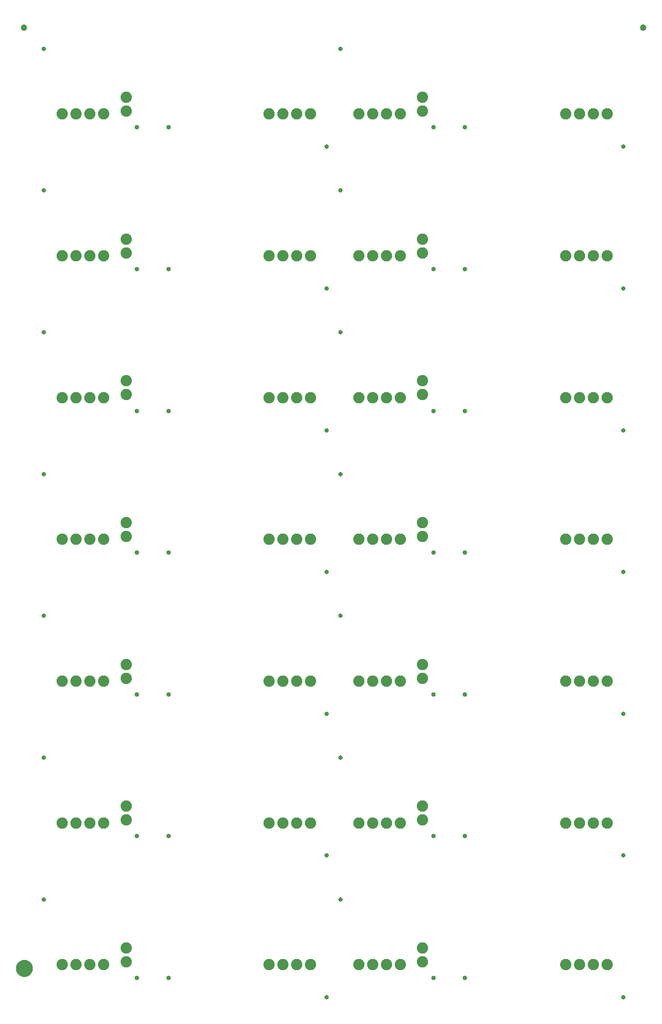
<source format=gbs>
G04 EAGLE Gerber RS-274X export*
G75*
%MOMM*%
%FSLAX34Y34*%
%LPD*%
%INSoldermask Bottom*%
%IPPOS*%
%AMOC8*
5,1,8,0,0,1.08239X$1,22.5*%
G01*
%ADD10C,0.838200*%
%ADD11C,0.853200*%
%ADD12C,2.082800*%
%ADD13C,1.203200*%
%ADD14C,1.270000*%
%ADD15C,1.703200*%


D10*
X530000Y10000D03*
X10000Y190000D03*
D11*
X181100Y45550D03*
X238900Y45550D03*
D12*
X120000Y70000D03*
X94600Y70000D03*
X69200Y70000D03*
X43800Y70000D03*
X500000Y70000D03*
X474600Y70000D03*
X449200Y70000D03*
X423800Y70000D03*
X161000Y75300D03*
X161000Y100700D03*
D10*
X1075084Y10000D03*
X555084Y190000D03*
D11*
X726184Y45550D03*
X783984Y45550D03*
D12*
X665084Y70000D03*
X639684Y70000D03*
X614284Y70000D03*
X588884Y70000D03*
X1045084Y70000D03*
X1019684Y70000D03*
X994284Y70000D03*
X968884Y70000D03*
X706084Y75300D03*
X706084Y100700D03*
D10*
X530000Y270477D03*
X10000Y450477D03*
D11*
X181100Y306027D03*
X238900Y306027D03*
D12*
X120000Y330477D03*
X94600Y330477D03*
X69200Y330477D03*
X43800Y330477D03*
X500000Y330477D03*
X474600Y330477D03*
X449200Y330477D03*
X423800Y330477D03*
X161000Y335777D03*
X161000Y361177D03*
D10*
X1075084Y270477D03*
X555084Y450477D03*
D11*
X726184Y306027D03*
X783984Y306027D03*
D12*
X665084Y330477D03*
X639684Y330477D03*
X614284Y330477D03*
X588884Y330477D03*
X1045084Y330477D03*
X1019684Y330477D03*
X994284Y330477D03*
X968884Y330477D03*
X706084Y335777D03*
X706084Y361177D03*
D10*
X530000Y530954D03*
X10000Y710954D03*
D11*
X181100Y566504D03*
X238900Y566504D03*
D12*
X120000Y590954D03*
X94600Y590954D03*
X69200Y590954D03*
X43800Y590954D03*
X500000Y590954D03*
X474600Y590954D03*
X449200Y590954D03*
X423800Y590954D03*
X161000Y596254D03*
X161000Y621654D03*
D10*
X1075084Y530954D03*
X555084Y710954D03*
D11*
X726184Y566504D03*
X783984Y566504D03*
D12*
X665084Y590954D03*
X639684Y590954D03*
X614284Y590954D03*
X588884Y590954D03*
X1045084Y590954D03*
X1019684Y590954D03*
X994284Y590954D03*
X968884Y590954D03*
X706084Y596254D03*
X706084Y621654D03*
D10*
X530000Y791431D03*
X10000Y971431D03*
D11*
X181100Y826981D03*
X238900Y826981D03*
D12*
X120000Y851431D03*
X94600Y851431D03*
X69200Y851431D03*
X43800Y851431D03*
X500000Y851431D03*
X474600Y851431D03*
X449200Y851431D03*
X423800Y851431D03*
X161000Y856731D03*
X161000Y882131D03*
D10*
X1075084Y791431D03*
X555084Y971431D03*
D11*
X726184Y826981D03*
X783984Y826981D03*
D12*
X665084Y851431D03*
X639684Y851431D03*
X614284Y851431D03*
X588884Y851431D03*
X1045084Y851431D03*
X1019684Y851431D03*
X994284Y851431D03*
X968884Y851431D03*
X706084Y856731D03*
X706084Y882131D03*
D10*
X530000Y1051908D03*
X10000Y1231908D03*
D11*
X181100Y1087458D03*
X238900Y1087458D03*
D12*
X120000Y1111908D03*
X94600Y1111908D03*
X69200Y1111908D03*
X43800Y1111908D03*
X500000Y1111908D03*
X474600Y1111908D03*
X449200Y1111908D03*
X423800Y1111908D03*
X161000Y1117208D03*
X161000Y1142608D03*
D10*
X1075084Y1051908D03*
X555084Y1231908D03*
D11*
X726184Y1087458D03*
X783984Y1087458D03*
D12*
X665084Y1111908D03*
X639684Y1111908D03*
X614284Y1111908D03*
X588884Y1111908D03*
X1045084Y1111908D03*
X1019684Y1111908D03*
X994284Y1111908D03*
X968884Y1111908D03*
X706084Y1117208D03*
X706084Y1142608D03*
D10*
X530000Y1312410D03*
X10000Y1492410D03*
D11*
X181100Y1347960D03*
X238900Y1347960D03*
D12*
X120000Y1372410D03*
X94600Y1372410D03*
X69200Y1372410D03*
X43800Y1372410D03*
X500000Y1372410D03*
X474600Y1372410D03*
X449200Y1372410D03*
X423800Y1372410D03*
X161000Y1377710D03*
X161000Y1403110D03*
D10*
X1075084Y1312410D03*
X555084Y1492410D03*
D11*
X726184Y1347960D03*
X783984Y1347960D03*
D12*
X665084Y1372410D03*
X639684Y1372410D03*
X614284Y1372410D03*
X588884Y1372410D03*
X1045084Y1372410D03*
X1019684Y1372410D03*
X994284Y1372410D03*
X968884Y1372410D03*
X706084Y1377710D03*
X706084Y1403110D03*
D10*
X530000Y1572887D03*
X10000Y1752887D03*
D11*
X181100Y1608437D03*
X238900Y1608437D03*
D12*
X120000Y1632887D03*
X94600Y1632887D03*
X69200Y1632887D03*
X43800Y1632887D03*
X500000Y1632887D03*
X474600Y1632887D03*
X449200Y1632887D03*
X423800Y1632887D03*
X161000Y1638187D03*
X161000Y1663587D03*
D10*
X1075084Y1572887D03*
X555084Y1752887D03*
D11*
X726184Y1608437D03*
X783984Y1608437D03*
D12*
X665084Y1632887D03*
X639684Y1632887D03*
X614284Y1632887D03*
X588884Y1632887D03*
X1045084Y1632887D03*
X1019684Y1632887D03*
X994284Y1632887D03*
X968884Y1632887D03*
X706084Y1638187D03*
X706084Y1663587D03*
D13*
X-26238Y1791614D03*
X1111326Y1791614D03*
D14*
X-35293Y63500D02*
X-35290Y63722D01*
X-35282Y63944D01*
X-35268Y64166D01*
X-35249Y64388D01*
X-35225Y64608D01*
X-35195Y64829D01*
X-35160Y65048D01*
X-35119Y65267D01*
X-35073Y65484D01*
X-35022Y65700D01*
X-34965Y65915D01*
X-34903Y66129D01*
X-34836Y66340D01*
X-34764Y66551D01*
X-34686Y66759D01*
X-34604Y66965D01*
X-34516Y67169D01*
X-34424Y67372D01*
X-34326Y67571D01*
X-34224Y67768D01*
X-34117Y67963D01*
X-34005Y68155D01*
X-33888Y68344D01*
X-33767Y68531D01*
X-33641Y68714D01*
X-33511Y68894D01*
X-33376Y69071D01*
X-33238Y69244D01*
X-33095Y69414D01*
X-32947Y69581D01*
X-32796Y69744D01*
X-32641Y69903D01*
X-32482Y70058D01*
X-32319Y70209D01*
X-32152Y70357D01*
X-31982Y70500D01*
X-31809Y70638D01*
X-31632Y70773D01*
X-31452Y70903D01*
X-31269Y71029D01*
X-31082Y71150D01*
X-30893Y71267D01*
X-30701Y71379D01*
X-30506Y71486D01*
X-30309Y71588D01*
X-30110Y71686D01*
X-29907Y71778D01*
X-29703Y71866D01*
X-29497Y71948D01*
X-29289Y72026D01*
X-29078Y72098D01*
X-28867Y72165D01*
X-28653Y72227D01*
X-28438Y72284D01*
X-28222Y72335D01*
X-28005Y72381D01*
X-27786Y72422D01*
X-27567Y72457D01*
X-27346Y72487D01*
X-27126Y72511D01*
X-26904Y72530D01*
X-26682Y72544D01*
X-26460Y72552D01*
X-26238Y72555D01*
X-26016Y72552D01*
X-25794Y72544D01*
X-25572Y72530D01*
X-25350Y72511D01*
X-25130Y72487D01*
X-24909Y72457D01*
X-24690Y72422D01*
X-24471Y72381D01*
X-24254Y72335D01*
X-24038Y72284D01*
X-23823Y72227D01*
X-23609Y72165D01*
X-23398Y72098D01*
X-23187Y72026D01*
X-22979Y71948D01*
X-22773Y71866D01*
X-22569Y71778D01*
X-22366Y71686D01*
X-22167Y71588D01*
X-21970Y71486D01*
X-21775Y71379D01*
X-21583Y71267D01*
X-21394Y71150D01*
X-21207Y71029D01*
X-21024Y70903D01*
X-20844Y70773D01*
X-20667Y70638D01*
X-20494Y70500D01*
X-20324Y70357D01*
X-20157Y70209D01*
X-19994Y70058D01*
X-19835Y69903D01*
X-19680Y69744D01*
X-19529Y69581D01*
X-19381Y69414D01*
X-19238Y69244D01*
X-19100Y69071D01*
X-18965Y68894D01*
X-18835Y68714D01*
X-18709Y68531D01*
X-18588Y68344D01*
X-18471Y68155D01*
X-18359Y67963D01*
X-18252Y67768D01*
X-18150Y67571D01*
X-18052Y67372D01*
X-17960Y67169D01*
X-17872Y66965D01*
X-17790Y66759D01*
X-17712Y66551D01*
X-17640Y66340D01*
X-17573Y66129D01*
X-17511Y65915D01*
X-17454Y65700D01*
X-17403Y65484D01*
X-17357Y65267D01*
X-17316Y65048D01*
X-17281Y64829D01*
X-17251Y64608D01*
X-17227Y64388D01*
X-17208Y64166D01*
X-17194Y63944D01*
X-17186Y63722D01*
X-17183Y63500D01*
X-17186Y63278D01*
X-17194Y63056D01*
X-17208Y62834D01*
X-17227Y62612D01*
X-17251Y62392D01*
X-17281Y62171D01*
X-17316Y61952D01*
X-17357Y61733D01*
X-17403Y61516D01*
X-17454Y61300D01*
X-17511Y61085D01*
X-17573Y60871D01*
X-17640Y60660D01*
X-17712Y60449D01*
X-17790Y60241D01*
X-17872Y60035D01*
X-17960Y59831D01*
X-18052Y59628D01*
X-18150Y59429D01*
X-18252Y59232D01*
X-18359Y59037D01*
X-18471Y58845D01*
X-18588Y58656D01*
X-18709Y58469D01*
X-18835Y58286D01*
X-18965Y58106D01*
X-19100Y57929D01*
X-19238Y57756D01*
X-19381Y57586D01*
X-19529Y57419D01*
X-19680Y57256D01*
X-19835Y57097D01*
X-19994Y56942D01*
X-20157Y56791D01*
X-20324Y56643D01*
X-20494Y56500D01*
X-20667Y56362D01*
X-20844Y56227D01*
X-21024Y56097D01*
X-21207Y55971D01*
X-21394Y55850D01*
X-21583Y55733D01*
X-21775Y55621D01*
X-21970Y55514D01*
X-22167Y55412D01*
X-22366Y55314D01*
X-22569Y55222D01*
X-22773Y55134D01*
X-22979Y55052D01*
X-23187Y54974D01*
X-23398Y54902D01*
X-23609Y54835D01*
X-23823Y54773D01*
X-24038Y54716D01*
X-24254Y54665D01*
X-24471Y54619D01*
X-24690Y54578D01*
X-24909Y54543D01*
X-25130Y54513D01*
X-25350Y54489D01*
X-25572Y54470D01*
X-25794Y54456D01*
X-26016Y54448D01*
X-26238Y54445D01*
X-26460Y54448D01*
X-26682Y54456D01*
X-26904Y54470D01*
X-27126Y54489D01*
X-27346Y54513D01*
X-27567Y54543D01*
X-27786Y54578D01*
X-28005Y54619D01*
X-28222Y54665D01*
X-28438Y54716D01*
X-28653Y54773D01*
X-28867Y54835D01*
X-29078Y54902D01*
X-29289Y54974D01*
X-29497Y55052D01*
X-29703Y55134D01*
X-29907Y55222D01*
X-30110Y55314D01*
X-30309Y55412D01*
X-30506Y55514D01*
X-30701Y55621D01*
X-30893Y55733D01*
X-31082Y55850D01*
X-31269Y55971D01*
X-31452Y56097D01*
X-31632Y56227D01*
X-31809Y56362D01*
X-31982Y56500D01*
X-32152Y56643D01*
X-32319Y56791D01*
X-32482Y56942D01*
X-32641Y57097D01*
X-32796Y57256D01*
X-32947Y57419D01*
X-33095Y57586D01*
X-33238Y57756D01*
X-33376Y57929D01*
X-33511Y58106D01*
X-33641Y58286D01*
X-33767Y58469D01*
X-33888Y58656D01*
X-34005Y58845D01*
X-34117Y59037D01*
X-34224Y59232D01*
X-34326Y59429D01*
X-34424Y59628D01*
X-34516Y59831D01*
X-34604Y60035D01*
X-34686Y60241D01*
X-34764Y60449D01*
X-34836Y60660D01*
X-34903Y60871D01*
X-34965Y61085D01*
X-35022Y61300D01*
X-35073Y61516D01*
X-35119Y61733D01*
X-35160Y61952D01*
X-35195Y62171D01*
X-35225Y62392D01*
X-35249Y62612D01*
X-35268Y62834D01*
X-35282Y63056D01*
X-35290Y63278D01*
X-35293Y63500D01*
D15*
X-26238Y63500D03*
M02*

</source>
